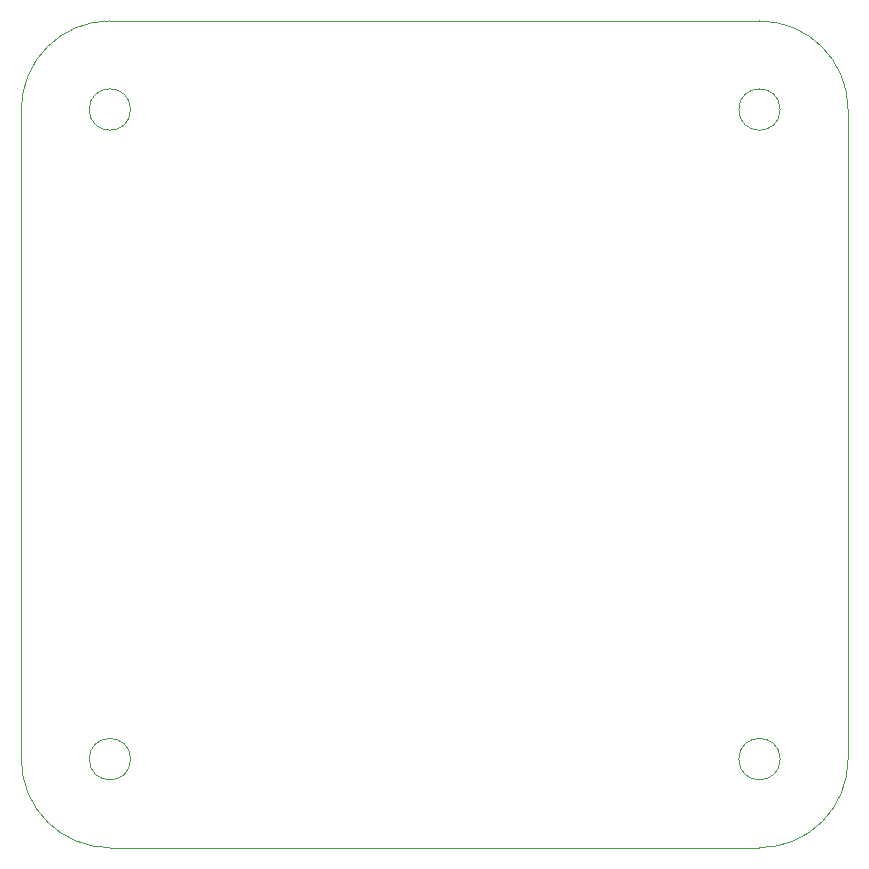
<source format=gm1>
G04 #@! TF.GenerationSoftware,KiCad,Pcbnew,8.0.5*
G04 #@! TF.CreationDate,2025-03-07T10:13:00-08:00*
G04 #@! TF.ProjectId,Telemetry PCB V2,54656c65-6d65-4747-9279-205043422056,rev?*
G04 #@! TF.SameCoordinates,Original*
G04 #@! TF.FileFunction,Profile,NP*
%FSLAX46Y46*%
G04 Gerber Fmt 4.6, Leading zero omitted, Abs format (unit mm)*
G04 Created by KiCad (PCBNEW 8.0.5) date 2025-03-07 10:13:00*
%MOMM*%
%LPD*%
G01*
G04 APERTURE LIST*
G04 #@! TA.AperFunction,Profile*
%ADD10C,0.100000*%
G04 #@! TD*
G04 APERTURE END LIST*
D10*
X185370000Y-48440000D02*
G75*
G02*
X192870000Y-55940000I0J-7500000D01*
G01*
X192870000Y-110940000D02*
G75*
G02*
X185370000Y-118440000I-7500000J0D01*
G01*
X130370000Y-118440000D02*
G75*
G02*
X122870000Y-110940000I0J7500000D01*
G01*
X187120000Y-110940000D02*
G75*
G02*
X183620000Y-110940000I-1750000J0D01*
G01*
X183620000Y-110940000D02*
G75*
G02*
X187120000Y-110940000I1750000J0D01*
G01*
X132120000Y-55940000D02*
G75*
G02*
X128620000Y-55940000I-1750000J0D01*
G01*
X128620000Y-55940000D02*
G75*
G02*
X132120000Y-55940000I1750000J0D01*
G01*
X187120000Y-55940000D02*
G75*
G02*
X183620000Y-55940000I-1750000J0D01*
G01*
X183620000Y-55940000D02*
G75*
G02*
X187120000Y-55940000I1750000J0D01*
G01*
X192870000Y-55940000D02*
X192870000Y-110940000D01*
X132120000Y-110940000D02*
G75*
G02*
X128620000Y-110940000I-1750000J0D01*
G01*
X128620000Y-110940000D02*
G75*
G02*
X132120000Y-110940000I1750000J0D01*
G01*
X185370000Y-118440000D02*
X130370000Y-118440000D01*
X122870000Y-110940000D02*
X122870000Y-55940000D01*
X130370000Y-48440000D02*
X185370000Y-48440000D01*
X122870000Y-55940000D02*
G75*
G02*
X130370000Y-48440000I7500000J0D01*
G01*
M02*

</source>
